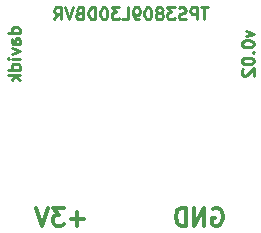
<source format=gbo>
G04 (created by PCBNEW (2013-june-11)-stable) date Wed 28 May 2014 08:32:28 PM PDT*
%MOIN*%
G04 Gerber Fmt 3.4, Leading zero omitted, Abs format*
%FSLAX34Y34*%
G01*
G70*
G90*
G04 APERTURE LIST*
%ADD10C,0.00590551*%
%ADD11C,0.01*%
%ADD12C,0.011811*%
G04 APERTURE END LIST*
G54D10*
G54D11*
X61195Y-56238D02*
X61461Y-56333D01*
X61195Y-56428D01*
X61061Y-56657D02*
X61061Y-56695D01*
X61080Y-56733D01*
X61100Y-56752D01*
X61138Y-56771D01*
X61214Y-56790D01*
X61309Y-56790D01*
X61385Y-56771D01*
X61423Y-56752D01*
X61442Y-56733D01*
X61461Y-56695D01*
X61461Y-56657D01*
X61442Y-56619D01*
X61423Y-56600D01*
X61385Y-56580D01*
X61309Y-56561D01*
X61214Y-56561D01*
X61138Y-56580D01*
X61100Y-56600D01*
X61080Y-56619D01*
X61061Y-56657D01*
X61423Y-56961D02*
X61442Y-56980D01*
X61461Y-56961D01*
X61442Y-56942D01*
X61423Y-56961D01*
X61461Y-56961D01*
X61061Y-57228D02*
X61061Y-57266D01*
X61080Y-57304D01*
X61100Y-57323D01*
X61138Y-57342D01*
X61214Y-57361D01*
X61309Y-57361D01*
X61385Y-57342D01*
X61423Y-57323D01*
X61442Y-57304D01*
X61461Y-57266D01*
X61461Y-57228D01*
X61442Y-57190D01*
X61423Y-57171D01*
X61385Y-57152D01*
X61309Y-57133D01*
X61214Y-57133D01*
X61138Y-57152D01*
X61100Y-57171D01*
X61080Y-57190D01*
X61061Y-57228D01*
X61100Y-57514D02*
X61080Y-57533D01*
X61061Y-57571D01*
X61061Y-57666D01*
X61080Y-57704D01*
X61100Y-57723D01*
X61138Y-57742D01*
X61176Y-57742D01*
X61233Y-57723D01*
X61461Y-57495D01*
X61461Y-57742D01*
X59930Y-55461D02*
X59702Y-55461D01*
X59816Y-55861D02*
X59816Y-55461D01*
X59569Y-55861D02*
X59569Y-55461D01*
X59416Y-55461D01*
X59378Y-55480D01*
X59359Y-55500D01*
X59340Y-55538D01*
X59340Y-55595D01*
X59359Y-55633D01*
X59378Y-55652D01*
X59416Y-55671D01*
X59569Y-55671D01*
X59188Y-55842D02*
X59130Y-55861D01*
X59035Y-55861D01*
X58997Y-55842D01*
X58978Y-55823D01*
X58959Y-55785D01*
X58959Y-55747D01*
X58978Y-55709D01*
X58997Y-55690D01*
X59035Y-55671D01*
X59111Y-55652D01*
X59149Y-55633D01*
X59169Y-55614D01*
X59188Y-55576D01*
X59188Y-55538D01*
X59169Y-55500D01*
X59149Y-55480D01*
X59111Y-55461D01*
X59016Y-55461D01*
X58959Y-55480D01*
X58826Y-55461D02*
X58578Y-55461D01*
X58711Y-55614D01*
X58654Y-55614D01*
X58616Y-55633D01*
X58597Y-55652D01*
X58578Y-55690D01*
X58578Y-55785D01*
X58597Y-55823D01*
X58616Y-55842D01*
X58654Y-55861D01*
X58769Y-55861D01*
X58807Y-55842D01*
X58826Y-55823D01*
X58349Y-55633D02*
X58388Y-55614D01*
X58407Y-55595D01*
X58426Y-55557D01*
X58426Y-55538D01*
X58407Y-55500D01*
X58388Y-55480D01*
X58349Y-55461D01*
X58273Y-55461D01*
X58235Y-55480D01*
X58216Y-55500D01*
X58197Y-55538D01*
X58197Y-55557D01*
X58216Y-55595D01*
X58235Y-55614D01*
X58273Y-55633D01*
X58349Y-55633D01*
X58388Y-55652D01*
X58407Y-55671D01*
X58426Y-55709D01*
X58426Y-55785D01*
X58407Y-55823D01*
X58388Y-55842D01*
X58349Y-55861D01*
X58273Y-55861D01*
X58235Y-55842D01*
X58216Y-55823D01*
X58197Y-55785D01*
X58197Y-55709D01*
X58216Y-55671D01*
X58235Y-55652D01*
X58273Y-55633D01*
X57949Y-55461D02*
X57911Y-55461D01*
X57873Y-55480D01*
X57854Y-55500D01*
X57835Y-55538D01*
X57816Y-55614D01*
X57816Y-55709D01*
X57835Y-55785D01*
X57854Y-55823D01*
X57873Y-55842D01*
X57911Y-55861D01*
X57949Y-55861D01*
X57988Y-55842D01*
X58007Y-55823D01*
X58026Y-55785D01*
X58045Y-55709D01*
X58045Y-55614D01*
X58026Y-55538D01*
X58007Y-55500D01*
X57988Y-55480D01*
X57949Y-55461D01*
X57626Y-55861D02*
X57549Y-55861D01*
X57511Y-55842D01*
X57492Y-55823D01*
X57454Y-55766D01*
X57435Y-55690D01*
X57435Y-55538D01*
X57454Y-55500D01*
X57473Y-55480D01*
X57511Y-55461D01*
X57588Y-55461D01*
X57626Y-55480D01*
X57645Y-55500D01*
X57664Y-55538D01*
X57664Y-55633D01*
X57645Y-55671D01*
X57626Y-55690D01*
X57588Y-55709D01*
X57511Y-55709D01*
X57473Y-55690D01*
X57454Y-55671D01*
X57435Y-55633D01*
X57073Y-55861D02*
X57264Y-55861D01*
X57264Y-55461D01*
X56978Y-55461D02*
X56730Y-55461D01*
X56864Y-55614D01*
X56807Y-55614D01*
X56769Y-55633D01*
X56750Y-55652D01*
X56730Y-55690D01*
X56730Y-55785D01*
X56750Y-55823D01*
X56769Y-55842D01*
X56807Y-55861D01*
X56921Y-55861D01*
X56959Y-55842D01*
X56978Y-55823D01*
X56483Y-55461D02*
X56445Y-55461D01*
X56407Y-55480D01*
X56388Y-55500D01*
X56369Y-55538D01*
X56350Y-55614D01*
X56350Y-55709D01*
X56369Y-55785D01*
X56388Y-55823D01*
X56407Y-55842D01*
X56445Y-55861D01*
X56483Y-55861D01*
X56521Y-55842D01*
X56540Y-55823D01*
X56559Y-55785D01*
X56578Y-55709D01*
X56578Y-55614D01*
X56559Y-55538D01*
X56540Y-55500D01*
X56521Y-55480D01*
X56483Y-55461D01*
X56178Y-55861D02*
X56178Y-55461D01*
X56083Y-55461D01*
X56026Y-55480D01*
X55988Y-55519D01*
X55969Y-55557D01*
X55950Y-55633D01*
X55950Y-55690D01*
X55969Y-55766D01*
X55988Y-55804D01*
X56026Y-55842D01*
X56083Y-55861D01*
X56178Y-55861D01*
X55645Y-55652D02*
X55588Y-55671D01*
X55569Y-55690D01*
X55550Y-55728D01*
X55550Y-55785D01*
X55569Y-55823D01*
X55588Y-55842D01*
X55626Y-55861D01*
X55778Y-55861D01*
X55778Y-55461D01*
X55645Y-55461D01*
X55607Y-55480D01*
X55588Y-55500D01*
X55569Y-55538D01*
X55569Y-55576D01*
X55588Y-55614D01*
X55607Y-55633D01*
X55645Y-55652D01*
X55778Y-55652D01*
X55435Y-55461D02*
X55302Y-55861D01*
X55169Y-55461D01*
X54807Y-55861D02*
X54940Y-55671D01*
X55035Y-55861D02*
X55035Y-55461D01*
X54883Y-55461D01*
X54845Y-55480D01*
X54826Y-55500D01*
X54807Y-55538D01*
X54807Y-55595D01*
X54826Y-55633D01*
X54845Y-55652D01*
X54883Y-55671D01*
X55035Y-55671D01*
G54D12*
X55809Y-62514D02*
X55359Y-62514D01*
X55584Y-62739D02*
X55584Y-62289D01*
X55134Y-62148D02*
X54768Y-62148D01*
X54965Y-62373D01*
X54881Y-62373D01*
X54825Y-62401D01*
X54796Y-62429D01*
X54768Y-62485D01*
X54768Y-62626D01*
X54796Y-62682D01*
X54825Y-62710D01*
X54881Y-62739D01*
X55050Y-62739D01*
X55106Y-62710D01*
X55134Y-62682D01*
X54600Y-62148D02*
X54403Y-62739D01*
X54206Y-62148D01*
G54D11*
X53661Y-56314D02*
X53261Y-56314D01*
X53642Y-56314D02*
X53661Y-56276D01*
X53661Y-56200D01*
X53642Y-56161D01*
X53623Y-56142D01*
X53585Y-56123D01*
X53471Y-56123D01*
X53433Y-56142D01*
X53414Y-56161D01*
X53395Y-56200D01*
X53395Y-56276D01*
X53414Y-56314D01*
X53661Y-56676D02*
X53452Y-56676D01*
X53414Y-56657D01*
X53395Y-56619D01*
X53395Y-56542D01*
X53414Y-56504D01*
X53642Y-56676D02*
X53661Y-56638D01*
X53661Y-56542D01*
X53642Y-56504D01*
X53604Y-56485D01*
X53566Y-56485D01*
X53528Y-56504D01*
X53509Y-56542D01*
X53509Y-56638D01*
X53490Y-56676D01*
X53395Y-56828D02*
X53661Y-56923D01*
X53395Y-57019D01*
X53661Y-57171D02*
X53395Y-57171D01*
X53261Y-57171D02*
X53280Y-57152D01*
X53300Y-57171D01*
X53280Y-57190D01*
X53261Y-57171D01*
X53300Y-57171D01*
X53661Y-57533D02*
X53261Y-57533D01*
X53642Y-57533D02*
X53661Y-57495D01*
X53661Y-57419D01*
X53642Y-57380D01*
X53623Y-57361D01*
X53585Y-57342D01*
X53471Y-57342D01*
X53433Y-57361D01*
X53414Y-57380D01*
X53395Y-57419D01*
X53395Y-57495D01*
X53414Y-57533D01*
X53661Y-57723D02*
X53261Y-57723D01*
X53509Y-57761D02*
X53661Y-57876D01*
X53395Y-57876D02*
X53547Y-57723D01*
G54D12*
X60099Y-62176D02*
X60156Y-62148D01*
X60240Y-62148D01*
X60324Y-62176D01*
X60381Y-62232D01*
X60409Y-62289D01*
X60437Y-62401D01*
X60437Y-62485D01*
X60409Y-62598D01*
X60381Y-62654D01*
X60324Y-62710D01*
X60240Y-62739D01*
X60184Y-62739D01*
X60099Y-62710D01*
X60071Y-62682D01*
X60071Y-62485D01*
X60184Y-62485D01*
X59818Y-62739D02*
X59818Y-62148D01*
X59481Y-62739D01*
X59481Y-62148D01*
X59200Y-62739D02*
X59200Y-62148D01*
X59059Y-62148D01*
X58975Y-62176D01*
X58918Y-62232D01*
X58890Y-62289D01*
X58862Y-62401D01*
X58862Y-62485D01*
X58890Y-62598D01*
X58918Y-62654D01*
X58975Y-62710D01*
X59059Y-62739D01*
X59200Y-62739D01*
M02*

</source>
